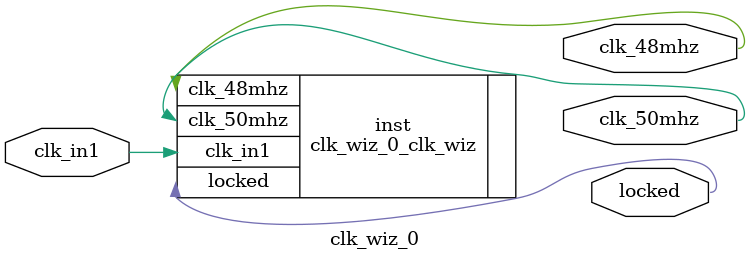
<source format=v>


`timescale 1ps/1ps

(* CORE_GENERATION_INFO = "clk_wiz_0,clk_wiz_v6_0_11_0_0,{component_name=clk_wiz_0,use_phase_alignment=true,use_min_o_jitter=false,use_max_i_jitter=false,use_dyn_phase_shift=false,use_inclk_switchover=false,use_dyn_reconfig=false,enable_axi=0,feedback_source=FDBK_AUTO,PRIMITIVE=MMCM,num_out_clk=2,clkin1_period=10.000,clkin2_period=10.000,use_power_down=false,use_reset=false,use_locked=true,use_inclk_stopped=false,feedback_type=SINGLE,CLOCK_MGR_TYPE=NA,manual_override=false}" *)

module clk_wiz_0 
 (
  // Clock out ports
  output        clk_48mhz,
  output        clk_50mhz,
  // Status and control signals
  output        locked,
 // Clock in ports
  input         clk_in1
 );

  clk_wiz_0_clk_wiz inst
  (
  // Clock out ports  
  .clk_48mhz(clk_48mhz),
  .clk_50mhz(clk_50mhz),
  // Status and control signals               
  .locked(locked),
 // Clock in ports
  .clk_in1(clk_in1)
  );

endmodule

</source>
